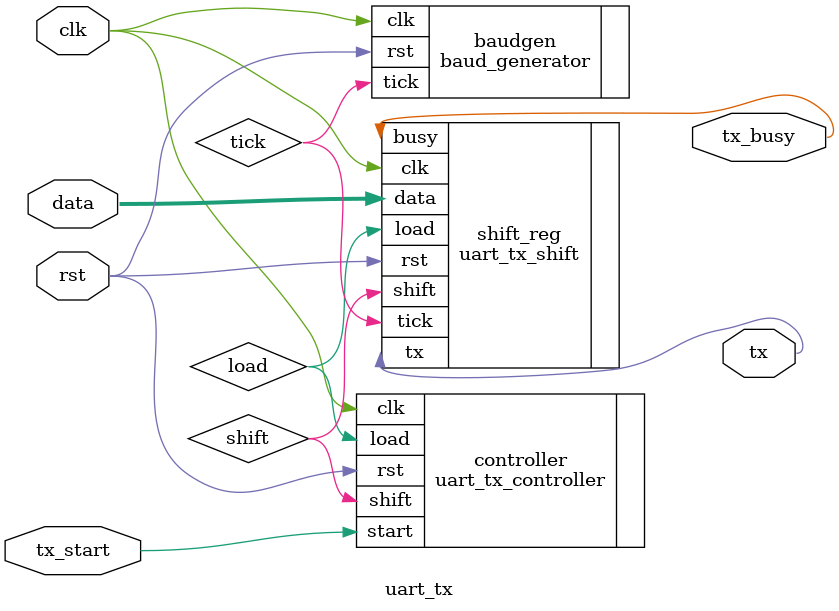
<source format=v>
module uart_tx (
    input wire clk,
    input wire rst,
    input wire tx_start,
    input wire [7:0] data,
    output wire tx,
    output wire tx_busy
);
    wire tick, load, shift;

    baud_generator #(.BAUD_RATE(9600), .CLK_FREQ(50000000)) baudgen (
        .clk(clk), .rst(rst), .tick(tick)
    );

    uart_tx_controller controller (
        .clk(clk), .rst(rst), .start(tx_start), .load(load), .shift(shift)
    );

    uart_tx_shift shift_reg (
        .clk(clk), .rst(rst), .tick(tick), .load(load), .shift(shift), 
        .data(data), .tx(tx), .busy(tx_busy)
    );

endmodule

</source>
